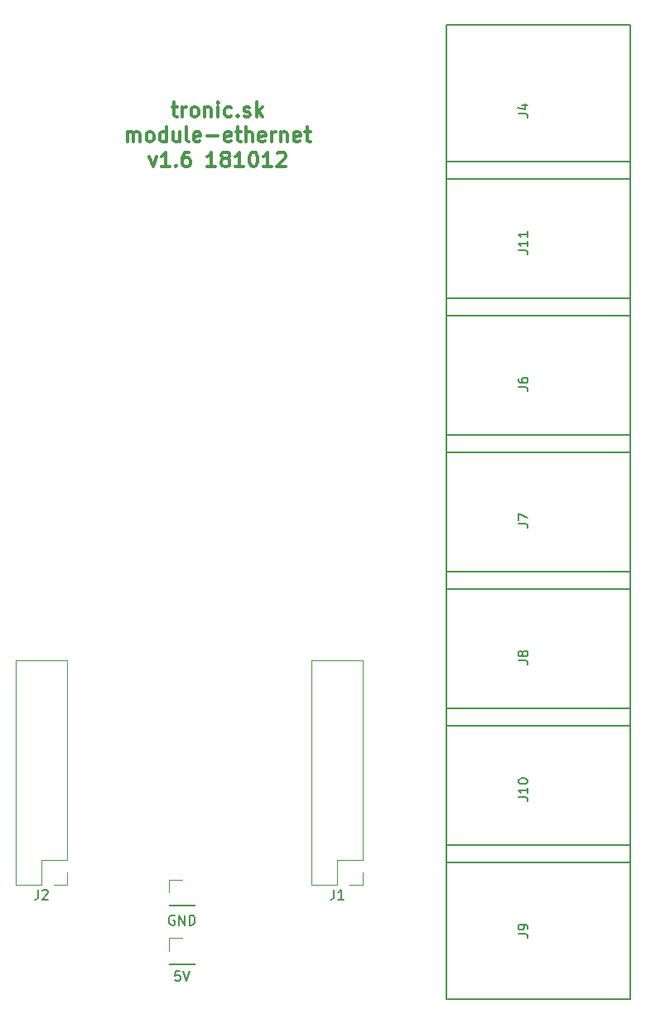
<source format=gto>
G04 #@! TF.FileFunction,Legend,Top*
%FSLAX46Y46*%
G04 Gerber Fmt 4.6, Leading zero omitted, Abs format (unit mm)*
G04 Created by KiCad (PCBNEW 4.0.7) date 10/12/18 11:57:34*
%MOMM*%
%LPD*%
G01*
G04 APERTURE LIST*
%ADD10C,0.100000*%
%ADD11C,0.300000*%
%ADD12C,0.120000*%
%ADD13C,0.150000*%
%ADD14C,0.180000*%
G04 APERTURE END LIST*
D10*
D11*
X40279428Y-33069571D02*
X40850857Y-33069571D01*
X40493714Y-32569571D02*
X40493714Y-33855286D01*
X40565142Y-33998143D01*
X40708000Y-34069571D01*
X40850857Y-34069571D01*
X41350857Y-34069571D02*
X41350857Y-33069571D01*
X41350857Y-33355286D02*
X41422285Y-33212429D01*
X41493714Y-33141000D01*
X41636571Y-33069571D01*
X41779428Y-33069571D01*
X42493714Y-34069571D02*
X42350856Y-33998143D01*
X42279428Y-33926714D01*
X42207999Y-33783857D01*
X42207999Y-33355286D01*
X42279428Y-33212429D01*
X42350856Y-33141000D01*
X42493714Y-33069571D01*
X42707999Y-33069571D01*
X42850856Y-33141000D01*
X42922285Y-33212429D01*
X42993714Y-33355286D01*
X42993714Y-33783857D01*
X42922285Y-33926714D01*
X42850856Y-33998143D01*
X42707999Y-34069571D01*
X42493714Y-34069571D01*
X43636571Y-33069571D02*
X43636571Y-34069571D01*
X43636571Y-33212429D02*
X43707999Y-33141000D01*
X43850857Y-33069571D01*
X44065142Y-33069571D01*
X44207999Y-33141000D01*
X44279428Y-33283857D01*
X44279428Y-34069571D01*
X44993714Y-34069571D02*
X44993714Y-33069571D01*
X44993714Y-32569571D02*
X44922285Y-32641000D01*
X44993714Y-32712429D01*
X45065142Y-32641000D01*
X44993714Y-32569571D01*
X44993714Y-32712429D01*
X46350857Y-33998143D02*
X46208000Y-34069571D01*
X45922286Y-34069571D01*
X45779428Y-33998143D01*
X45708000Y-33926714D01*
X45636571Y-33783857D01*
X45636571Y-33355286D01*
X45708000Y-33212429D01*
X45779428Y-33141000D01*
X45922286Y-33069571D01*
X46208000Y-33069571D01*
X46350857Y-33141000D01*
X46993714Y-33926714D02*
X47065142Y-33998143D01*
X46993714Y-34069571D01*
X46922285Y-33998143D01*
X46993714Y-33926714D01*
X46993714Y-34069571D01*
X47636571Y-33998143D02*
X47779428Y-34069571D01*
X48065143Y-34069571D01*
X48208000Y-33998143D01*
X48279428Y-33855286D01*
X48279428Y-33783857D01*
X48208000Y-33641000D01*
X48065143Y-33569571D01*
X47850857Y-33569571D01*
X47708000Y-33498143D01*
X47636571Y-33355286D01*
X47636571Y-33283857D01*
X47708000Y-33141000D01*
X47850857Y-33069571D01*
X48065143Y-33069571D01*
X48208000Y-33141000D01*
X48922286Y-34069571D02*
X48922286Y-32569571D01*
X49065143Y-33498143D02*
X49493714Y-34069571D01*
X49493714Y-33069571D02*
X48922286Y-33641000D01*
X35708001Y-36619571D02*
X35708001Y-35619571D01*
X35708001Y-35762429D02*
X35779429Y-35691000D01*
X35922287Y-35619571D01*
X36136572Y-35619571D01*
X36279429Y-35691000D01*
X36350858Y-35833857D01*
X36350858Y-36619571D01*
X36350858Y-35833857D02*
X36422287Y-35691000D01*
X36565144Y-35619571D01*
X36779429Y-35619571D01*
X36922287Y-35691000D01*
X36993715Y-35833857D01*
X36993715Y-36619571D01*
X37922287Y-36619571D02*
X37779429Y-36548143D01*
X37708001Y-36476714D01*
X37636572Y-36333857D01*
X37636572Y-35905286D01*
X37708001Y-35762429D01*
X37779429Y-35691000D01*
X37922287Y-35619571D01*
X38136572Y-35619571D01*
X38279429Y-35691000D01*
X38350858Y-35762429D01*
X38422287Y-35905286D01*
X38422287Y-36333857D01*
X38350858Y-36476714D01*
X38279429Y-36548143D01*
X38136572Y-36619571D01*
X37922287Y-36619571D01*
X39708001Y-36619571D02*
X39708001Y-35119571D01*
X39708001Y-36548143D02*
X39565144Y-36619571D01*
X39279430Y-36619571D01*
X39136572Y-36548143D01*
X39065144Y-36476714D01*
X38993715Y-36333857D01*
X38993715Y-35905286D01*
X39065144Y-35762429D01*
X39136572Y-35691000D01*
X39279430Y-35619571D01*
X39565144Y-35619571D01*
X39708001Y-35691000D01*
X41065144Y-35619571D02*
X41065144Y-36619571D01*
X40422287Y-35619571D02*
X40422287Y-36405286D01*
X40493715Y-36548143D01*
X40636573Y-36619571D01*
X40850858Y-36619571D01*
X40993715Y-36548143D01*
X41065144Y-36476714D01*
X41993716Y-36619571D02*
X41850858Y-36548143D01*
X41779430Y-36405286D01*
X41779430Y-35119571D01*
X43136572Y-36548143D02*
X42993715Y-36619571D01*
X42708001Y-36619571D01*
X42565144Y-36548143D01*
X42493715Y-36405286D01*
X42493715Y-35833857D01*
X42565144Y-35691000D01*
X42708001Y-35619571D01*
X42993715Y-35619571D01*
X43136572Y-35691000D01*
X43208001Y-35833857D01*
X43208001Y-35976714D01*
X42493715Y-36119571D01*
X43850858Y-36048143D02*
X44993715Y-36048143D01*
X46279429Y-36548143D02*
X46136572Y-36619571D01*
X45850858Y-36619571D01*
X45708001Y-36548143D01*
X45636572Y-36405286D01*
X45636572Y-35833857D01*
X45708001Y-35691000D01*
X45850858Y-35619571D01*
X46136572Y-35619571D01*
X46279429Y-35691000D01*
X46350858Y-35833857D01*
X46350858Y-35976714D01*
X45636572Y-36119571D01*
X46779429Y-35619571D02*
X47350858Y-35619571D01*
X46993715Y-35119571D02*
X46993715Y-36405286D01*
X47065143Y-36548143D01*
X47208001Y-36619571D01*
X47350858Y-36619571D01*
X47850858Y-36619571D02*
X47850858Y-35119571D01*
X48493715Y-36619571D02*
X48493715Y-35833857D01*
X48422286Y-35691000D01*
X48279429Y-35619571D01*
X48065144Y-35619571D01*
X47922286Y-35691000D01*
X47850858Y-35762429D01*
X49779429Y-36548143D02*
X49636572Y-36619571D01*
X49350858Y-36619571D01*
X49208001Y-36548143D01*
X49136572Y-36405286D01*
X49136572Y-35833857D01*
X49208001Y-35691000D01*
X49350858Y-35619571D01*
X49636572Y-35619571D01*
X49779429Y-35691000D01*
X49850858Y-35833857D01*
X49850858Y-35976714D01*
X49136572Y-36119571D01*
X50493715Y-36619571D02*
X50493715Y-35619571D01*
X50493715Y-35905286D02*
X50565143Y-35762429D01*
X50636572Y-35691000D01*
X50779429Y-35619571D01*
X50922286Y-35619571D01*
X51422286Y-35619571D02*
X51422286Y-36619571D01*
X51422286Y-35762429D02*
X51493714Y-35691000D01*
X51636572Y-35619571D01*
X51850857Y-35619571D01*
X51993714Y-35691000D01*
X52065143Y-35833857D01*
X52065143Y-36619571D01*
X53350857Y-36548143D02*
X53208000Y-36619571D01*
X52922286Y-36619571D01*
X52779429Y-36548143D01*
X52708000Y-36405286D01*
X52708000Y-35833857D01*
X52779429Y-35691000D01*
X52922286Y-35619571D01*
X53208000Y-35619571D01*
X53350857Y-35691000D01*
X53422286Y-35833857D01*
X53422286Y-35976714D01*
X52708000Y-36119571D01*
X53850857Y-35619571D02*
X54422286Y-35619571D01*
X54065143Y-35119571D02*
X54065143Y-36405286D01*
X54136571Y-36548143D01*
X54279429Y-36619571D01*
X54422286Y-36619571D01*
X37958002Y-38169571D02*
X38315145Y-39169571D01*
X38672287Y-38169571D01*
X40029430Y-39169571D02*
X39172287Y-39169571D01*
X39600859Y-39169571D02*
X39600859Y-37669571D01*
X39458002Y-37883857D01*
X39315144Y-38026714D01*
X39172287Y-38098143D01*
X40672287Y-39026714D02*
X40743715Y-39098143D01*
X40672287Y-39169571D01*
X40600858Y-39098143D01*
X40672287Y-39026714D01*
X40672287Y-39169571D01*
X42029430Y-37669571D02*
X41743716Y-37669571D01*
X41600859Y-37741000D01*
X41529430Y-37812429D01*
X41386573Y-38026714D01*
X41315144Y-38312429D01*
X41315144Y-38883857D01*
X41386573Y-39026714D01*
X41458001Y-39098143D01*
X41600859Y-39169571D01*
X41886573Y-39169571D01*
X42029430Y-39098143D01*
X42100859Y-39026714D01*
X42172287Y-38883857D01*
X42172287Y-38526714D01*
X42100859Y-38383857D01*
X42029430Y-38312429D01*
X41886573Y-38241000D01*
X41600859Y-38241000D01*
X41458001Y-38312429D01*
X41386573Y-38383857D01*
X41315144Y-38526714D01*
X44743715Y-39169571D02*
X43886572Y-39169571D01*
X44315144Y-39169571D02*
X44315144Y-37669571D01*
X44172287Y-37883857D01*
X44029429Y-38026714D01*
X43886572Y-38098143D01*
X45600858Y-38312429D02*
X45458000Y-38241000D01*
X45386572Y-38169571D01*
X45315143Y-38026714D01*
X45315143Y-37955286D01*
X45386572Y-37812429D01*
X45458000Y-37741000D01*
X45600858Y-37669571D01*
X45886572Y-37669571D01*
X46029429Y-37741000D01*
X46100858Y-37812429D01*
X46172286Y-37955286D01*
X46172286Y-38026714D01*
X46100858Y-38169571D01*
X46029429Y-38241000D01*
X45886572Y-38312429D01*
X45600858Y-38312429D01*
X45458000Y-38383857D01*
X45386572Y-38455286D01*
X45315143Y-38598143D01*
X45315143Y-38883857D01*
X45386572Y-39026714D01*
X45458000Y-39098143D01*
X45600858Y-39169571D01*
X45886572Y-39169571D01*
X46029429Y-39098143D01*
X46100858Y-39026714D01*
X46172286Y-38883857D01*
X46172286Y-38598143D01*
X46100858Y-38455286D01*
X46029429Y-38383857D01*
X45886572Y-38312429D01*
X47600857Y-39169571D02*
X46743714Y-39169571D01*
X47172286Y-39169571D02*
X47172286Y-37669571D01*
X47029429Y-37883857D01*
X46886571Y-38026714D01*
X46743714Y-38098143D01*
X48529428Y-37669571D02*
X48672285Y-37669571D01*
X48815142Y-37741000D01*
X48886571Y-37812429D01*
X48958000Y-37955286D01*
X49029428Y-38241000D01*
X49029428Y-38598143D01*
X48958000Y-38883857D01*
X48886571Y-39026714D01*
X48815142Y-39098143D01*
X48672285Y-39169571D01*
X48529428Y-39169571D01*
X48386571Y-39098143D01*
X48315142Y-39026714D01*
X48243714Y-38883857D01*
X48172285Y-38598143D01*
X48172285Y-38241000D01*
X48243714Y-37955286D01*
X48315142Y-37812429D01*
X48386571Y-37741000D01*
X48529428Y-37669571D01*
X50457999Y-39169571D02*
X49600856Y-39169571D01*
X50029428Y-39169571D02*
X50029428Y-37669571D01*
X49886571Y-37883857D01*
X49743713Y-38026714D01*
X49600856Y-38098143D01*
X51029427Y-37812429D02*
X51100856Y-37741000D01*
X51243713Y-37669571D01*
X51600856Y-37669571D01*
X51743713Y-37741000D01*
X51815142Y-37812429D01*
X51886570Y-37955286D01*
X51886570Y-38098143D01*
X51815142Y-38312429D01*
X50957999Y-39169571D01*
X51886570Y-39169571D01*
D12*
X39945000Y-120646500D02*
X42605000Y-120646500D01*
X39945000Y-120586500D02*
X39945000Y-120646500D01*
X42605000Y-120586500D02*
X42605000Y-120646500D01*
X39945000Y-120586500D02*
X42605000Y-120586500D01*
X39945000Y-119316500D02*
X39945000Y-117986500D01*
X39945000Y-117986500D02*
X41275000Y-117986500D01*
X39945000Y-114677500D02*
X42605000Y-114677500D01*
X39945000Y-114617500D02*
X39945000Y-114677500D01*
X42605000Y-114617500D02*
X42605000Y-114677500D01*
X39945000Y-114617500D02*
X42605000Y-114617500D01*
X39945000Y-113347500D02*
X39945000Y-112017500D01*
X39945000Y-112017500D02*
X41275000Y-112017500D01*
X59750000Y-89602000D02*
X54550000Y-89602000D01*
X59750000Y-109982000D02*
X59750000Y-89602000D01*
X54550000Y-112582000D02*
X54550000Y-89602000D01*
X59750000Y-109982000D02*
X57150000Y-109982000D01*
X57150000Y-109982000D02*
X57150000Y-112582000D01*
X57150000Y-112582000D02*
X54550000Y-112582000D01*
X59750000Y-111252000D02*
X59750000Y-112582000D01*
X59750000Y-112582000D02*
X58420000Y-112582000D01*
X29524000Y-89602000D02*
X24324000Y-89602000D01*
X29524000Y-109982000D02*
X29524000Y-89602000D01*
X24324000Y-112582000D02*
X24324000Y-89602000D01*
X29524000Y-109982000D02*
X26924000Y-109982000D01*
X26924000Y-109982000D02*
X26924000Y-112582000D01*
X26924000Y-112582000D02*
X24324000Y-112582000D01*
X29524000Y-111252000D02*
X29524000Y-112582000D01*
X29524000Y-112582000D02*
X28194000Y-112582000D01*
D13*
X68326000Y-24638000D02*
X87122000Y-24638000D01*
X87122000Y-24638000D02*
X87122000Y-25400000D01*
X85598000Y-40386000D02*
X87122000Y-40386000D01*
X87122000Y-40386000D02*
X87122000Y-25146000D01*
X68326000Y-24638000D02*
X68326000Y-40386000D01*
X68326000Y-40386000D02*
X86360000Y-40386000D01*
X68326000Y-52578000D02*
X87122000Y-52578000D01*
X87122000Y-52578000D02*
X87122000Y-53340000D01*
X85598000Y-68326000D02*
X87122000Y-68326000D01*
X87122000Y-68326000D02*
X87122000Y-53086000D01*
X68326000Y-52578000D02*
X68326000Y-68326000D01*
X68326000Y-68326000D02*
X86360000Y-68326000D01*
X68326000Y-38608000D02*
X87122000Y-38608000D01*
X87122000Y-38608000D02*
X87122000Y-39370000D01*
X85598000Y-54356000D02*
X87122000Y-54356000D01*
X87122000Y-54356000D02*
X87122000Y-39116000D01*
X68326000Y-38608000D02*
X68326000Y-54356000D01*
X68326000Y-54356000D02*
X86360000Y-54356000D01*
X68326000Y-66548000D02*
X87122000Y-66548000D01*
X87122000Y-66548000D02*
X87122000Y-67310000D01*
X85598000Y-82296000D02*
X87122000Y-82296000D01*
X87122000Y-82296000D02*
X87122000Y-67056000D01*
X68326000Y-66548000D02*
X68326000Y-82296000D01*
X68326000Y-82296000D02*
X86360000Y-82296000D01*
X68326000Y-80518000D02*
X87122000Y-80518000D01*
X87122000Y-80518000D02*
X87122000Y-81280000D01*
X85598000Y-96266000D02*
X87122000Y-96266000D01*
X87122000Y-96266000D02*
X87122000Y-81026000D01*
X68326000Y-80518000D02*
X68326000Y-96266000D01*
X68326000Y-96266000D02*
X86360000Y-96266000D01*
X68326000Y-108458000D02*
X87122000Y-108458000D01*
X87122000Y-108458000D02*
X87122000Y-109220000D01*
X85598000Y-124206000D02*
X87122000Y-124206000D01*
X87122000Y-124206000D02*
X87122000Y-108966000D01*
X68326000Y-108458000D02*
X68326000Y-124206000D01*
X68326000Y-124206000D02*
X86360000Y-124206000D01*
X68326000Y-94488000D02*
X87122000Y-94488000D01*
X87122000Y-94488000D02*
X87122000Y-95250000D01*
X85598000Y-110236000D02*
X87122000Y-110236000D01*
X87122000Y-110236000D02*
X87122000Y-94996000D01*
X68326000Y-94488000D02*
X68326000Y-110236000D01*
X68326000Y-110236000D02*
X86360000Y-110236000D01*
X41084524Y-121372381D02*
X40608333Y-121372381D01*
X40560714Y-121848571D01*
X40608333Y-121800952D01*
X40703571Y-121753333D01*
X40941667Y-121753333D01*
X41036905Y-121800952D01*
X41084524Y-121848571D01*
X41132143Y-121943810D01*
X41132143Y-122181905D01*
X41084524Y-122277143D01*
X41036905Y-122324762D01*
X40941667Y-122372381D01*
X40703571Y-122372381D01*
X40608333Y-122324762D01*
X40560714Y-122277143D01*
X41417857Y-121372381D02*
X41751190Y-122372381D01*
X42084524Y-121372381D01*
X40513096Y-115705000D02*
X40417858Y-115657381D01*
X40275001Y-115657381D01*
X40132143Y-115705000D01*
X40036905Y-115800238D01*
X39989286Y-115895476D01*
X39941667Y-116085952D01*
X39941667Y-116228810D01*
X39989286Y-116419286D01*
X40036905Y-116514524D01*
X40132143Y-116609762D01*
X40275001Y-116657381D01*
X40370239Y-116657381D01*
X40513096Y-116609762D01*
X40560715Y-116562143D01*
X40560715Y-116228810D01*
X40370239Y-116228810D01*
X40989286Y-116657381D02*
X40989286Y-115657381D01*
X41560715Y-116657381D01*
X41560715Y-115657381D01*
X42036905Y-116657381D02*
X42036905Y-115657381D01*
X42275000Y-115657381D01*
X42417858Y-115705000D01*
X42513096Y-115800238D01*
X42560715Y-115895476D01*
X42608334Y-116085952D01*
X42608334Y-116228810D01*
X42560715Y-116419286D01*
X42513096Y-116514524D01*
X42417858Y-116609762D01*
X42275000Y-116657381D01*
X42036905Y-116657381D01*
X56816667Y-113034381D02*
X56816667Y-113748667D01*
X56769047Y-113891524D01*
X56673809Y-113986762D01*
X56530952Y-114034381D01*
X56435714Y-114034381D01*
X57816667Y-114034381D02*
X57245238Y-114034381D01*
X57530952Y-114034381D02*
X57530952Y-113034381D01*
X57435714Y-113177238D01*
X57340476Y-113272476D01*
X57245238Y-113320095D01*
X26590667Y-113034381D02*
X26590667Y-113748667D01*
X26543047Y-113891524D01*
X26447809Y-113986762D01*
X26304952Y-114034381D01*
X26209714Y-114034381D01*
X27019238Y-113129619D02*
X27066857Y-113082000D01*
X27162095Y-113034381D01*
X27400191Y-113034381D01*
X27495429Y-113082000D01*
X27543048Y-113129619D01*
X27590667Y-113224857D01*
X27590667Y-113320095D01*
X27543048Y-113462952D01*
X26971619Y-114034381D01*
X27590667Y-114034381D01*
D14*
X75660381Y-33766190D02*
X76374667Y-33766190D01*
X76517524Y-33813810D01*
X76612762Y-33909048D01*
X76660381Y-34051905D01*
X76660381Y-34147143D01*
X75993714Y-32861428D02*
X76660381Y-32861428D01*
X75612762Y-33099524D02*
X76327048Y-33337619D01*
X76327048Y-32718571D01*
X75660381Y-61706190D02*
X76374667Y-61706190D01*
X76517524Y-61753810D01*
X76612762Y-61849048D01*
X76660381Y-61991905D01*
X76660381Y-62087143D01*
X75660381Y-60801428D02*
X75660381Y-60991905D01*
X75708000Y-61087143D01*
X75755619Y-61134762D01*
X75898476Y-61230000D01*
X76088952Y-61277619D01*
X76469905Y-61277619D01*
X76565143Y-61230000D01*
X76612762Y-61182381D01*
X76660381Y-61087143D01*
X76660381Y-60896666D01*
X76612762Y-60801428D01*
X76565143Y-60753809D01*
X76469905Y-60706190D01*
X76231810Y-60706190D01*
X76136571Y-60753809D01*
X76088952Y-60801428D01*
X76041333Y-60896666D01*
X76041333Y-61087143D01*
X76088952Y-61182381D01*
X76136571Y-61230000D01*
X76231810Y-61277619D01*
X75660381Y-47736190D02*
X76374667Y-47736190D01*
X76517524Y-47783810D01*
X76612762Y-47879048D01*
X76660381Y-48021905D01*
X76660381Y-48117143D01*
X76660381Y-46736190D02*
X76660381Y-47307619D01*
X76660381Y-47021905D02*
X75660381Y-47021905D01*
X75803238Y-47117143D01*
X75898476Y-47212381D01*
X75946095Y-47307619D01*
X76660381Y-45783809D02*
X76660381Y-46355238D01*
X76660381Y-46069524D02*
X75660381Y-46069524D01*
X75803238Y-46164762D01*
X75898476Y-46260000D01*
X75946095Y-46355238D01*
X75660381Y-75676190D02*
X76374667Y-75676190D01*
X76517524Y-75723810D01*
X76612762Y-75819048D01*
X76660381Y-75961905D01*
X76660381Y-76057143D01*
X75660381Y-75295238D02*
X75660381Y-74628571D01*
X76660381Y-75057143D01*
X75660381Y-89646190D02*
X76374667Y-89646190D01*
X76517524Y-89693810D01*
X76612762Y-89789048D01*
X76660381Y-89931905D01*
X76660381Y-90027143D01*
X76088952Y-89027143D02*
X76041333Y-89122381D01*
X75993714Y-89170000D01*
X75898476Y-89217619D01*
X75850857Y-89217619D01*
X75755619Y-89170000D01*
X75708000Y-89122381D01*
X75660381Y-89027143D01*
X75660381Y-88836666D01*
X75708000Y-88741428D01*
X75755619Y-88693809D01*
X75850857Y-88646190D01*
X75898476Y-88646190D01*
X75993714Y-88693809D01*
X76041333Y-88741428D01*
X76088952Y-88836666D01*
X76088952Y-89027143D01*
X76136571Y-89122381D01*
X76184190Y-89170000D01*
X76279429Y-89217619D01*
X76469905Y-89217619D01*
X76565143Y-89170000D01*
X76612762Y-89122381D01*
X76660381Y-89027143D01*
X76660381Y-88836666D01*
X76612762Y-88741428D01*
X76565143Y-88693809D01*
X76469905Y-88646190D01*
X76279429Y-88646190D01*
X76184190Y-88693809D01*
X76136571Y-88741428D01*
X76088952Y-88836666D01*
X75660381Y-117586190D02*
X76374667Y-117586190D01*
X76517524Y-117633810D01*
X76612762Y-117729048D01*
X76660381Y-117871905D01*
X76660381Y-117967143D01*
X76660381Y-117062381D02*
X76660381Y-116871905D01*
X76612762Y-116776666D01*
X76565143Y-116729047D01*
X76422286Y-116633809D01*
X76231810Y-116586190D01*
X75850857Y-116586190D01*
X75755619Y-116633809D01*
X75708000Y-116681428D01*
X75660381Y-116776666D01*
X75660381Y-116967143D01*
X75708000Y-117062381D01*
X75755619Y-117110000D01*
X75850857Y-117157619D01*
X76088952Y-117157619D01*
X76184190Y-117110000D01*
X76231810Y-117062381D01*
X76279429Y-116967143D01*
X76279429Y-116776666D01*
X76231810Y-116681428D01*
X76184190Y-116633809D01*
X76088952Y-116586190D01*
X75660381Y-103616190D02*
X76374667Y-103616190D01*
X76517524Y-103663810D01*
X76612762Y-103759048D01*
X76660381Y-103901905D01*
X76660381Y-103997143D01*
X76660381Y-102616190D02*
X76660381Y-103187619D01*
X76660381Y-102901905D02*
X75660381Y-102901905D01*
X75803238Y-102997143D01*
X75898476Y-103092381D01*
X75946095Y-103187619D01*
X75660381Y-101997143D02*
X75660381Y-101901904D01*
X75708000Y-101806666D01*
X75755619Y-101759047D01*
X75850857Y-101711428D01*
X76041333Y-101663809D01*
X76279429Y-101663809D01*
X76469905Y-101711428D01*
X76565143Y-101759047D01*
X76612762Y-101806666D01*
X76660381Y-101901904D01*
X76660381Y-101997143D01*
X76612762Y-102092381D01*
X76565143Y-102140000D01*
X76469905Y-102187619D01*
X76279429Y-102235238D01*
X76041333Y-102235238D01*
X75850857Y-102187619D01*
X75755619Y-102140000D01*
X75708000Y-102092381D01*
X75660381Y-101997143D01*
M02*

</source>
